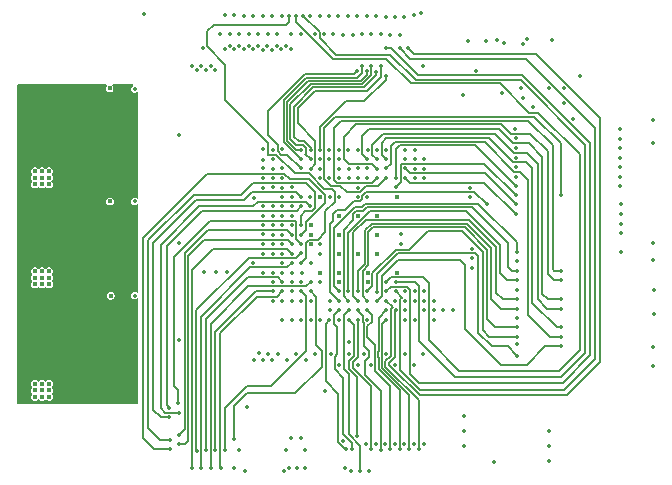
<source format=gbr>
%TF.GenerationSoftware,KiCad,Pcbnew,8.0.1*%
%TF.CreationDate,2024-12-16T22:11:09-05:00*%
%TF.ProjectId,cm,636d2e6b-6963-4616-945f-706362585858,rev?*%
%TF.SameCoordinates,Original*%
%TF.FileFunction,Copper,L7,Inr*%
%TF.FilePolarity,Positive*%
%FSLAX46Y46*%
G04 Gerber Fmt 4.6, Leading zero omitted, Abs format (unit mm)*
G04 Created by KiCad (PCBNEW 8.0.1) date 2024-12-16 22:11:09*
%MOMM*%
%LPD*%
G01*
G04 APERTURE LIST*
%TA.AperFunction,ViaPad*%
%ADD10C,0.350000*%
%TD*%
%TA.AperFunction,ViaPad*%
%ADD11C,0.403200*%
%TD*%
%TA.AperFunction,Conductor*%
%ADD12C,0.152400*%
%TD*%
G04 APERTURE END LIST*
D10*
%TO.N,GND*%
X128600000Y-75460600D03*
D11*
X100165258Y-78994000D03*
X99187000Y-84912200D03*
D10*
X111861600Y-60147200D03*
D11*
X99187000Y-85928200D03*
X99212400Y-76403200D03*
X99181942Y-67919600D03*
D10*
X111480600Y-61696600D03*
D11*
X99161600Y-77978000D03*
X98125258Y-78994000D03*
D10*
X144195800Y-85394800D03*
X132588000Y-87960200D03*
X115900000Y-73100000D03*
X129958900Y-62280800D03*
D11*
X98795258Y-86929845D03*
D10*
X131495800Y-62458600D03*
X110261400Y-60147200D03*
D11*
X98795258Y-78984000D03*
X99207342Y-66827400D03*
X100160200Y-69443600D03*
D10*
X115900000Y-80300000D03*
X112728000Y-71450000D03*
X123875800Y-60121800D03*
D11*
X99545258Y-86939845D03*
X100165258Y-86939845D03*
D10*
X116700000Y-72300000D03*
X132562600Y-83337400D03*
X115100000Y-75500000D03*
D11*
X98120200Y-69443600D03*
X99540200Y-69443600D03*
D10*
X122300000Y-84300000D03*
X117500400Y-85877400D03*
D11*
X99187000Y-85420200D03*
D10*
X123150000Y-72288400D03*
X124700000Y-84300000D03*
D11*
X98790200Y-69433600D03*
X98125258Y-86939845D03*
X99187000Y-76936600D03*
D10*
X111074200Y-60147200D03*
X115900000Y-73900000D03*
D11*
X99181942Y-67386200D03*
D10*
X115150000Y-81100000D03*
D11*
X99187000Y-84404200D03*
D10*
X115900000Y-79450000D03*
D11*
X99545258Y-78994000D03*
D10*
X115900000Y-72300000D03*
X119913400Y-85902800D03*
D11*
X99161600Y-68453000D03*
X99187000Y-77470000D03*
D10*
X109880400Y-61696600D03*
X144100000Y-80850000D03*
X128618261Y-74704200D03*
X110667800Y-61696600D03*
X113512600Y-83464400D03*
X144068800Y-70916800D03*
%TO.N,+5V*%
X101027200Y-59994800D03*
%TO.N,/Power/3V3_PG*%
X103962200Y-70231000D03*
D11*
X98196400Y-83845400D03*
D10*
%TO.N,/Power/2V5_PG*%
X103971600Y-79425800D03*
D11*
X98120200Y-75869800D03*
%TO.N,/Power/1V1_PG*%
X98094800Y-66294000D03*
D10*
X103971600Y-87579200D03*
D11*
%TO.N,+3V3*%
X119938800Y-81915000D03*
X91770200Y-92430600D03*
D10*
X130657600Y-97891600D03*
X119126000Y-75488800D03*
D11*
X91770200Y-91313000D03*
X92379800Y-91313000D03*
D10*
X133959600Y-67868800D03*
X144094200Y-89763600D03*
X107873800Y-60121800D03*
X132562600Y-80949800D03*
D11*
X92379800Y-91871800D03*
D10*
X119930000Y-75480000D03*
X133100000Y-62550000D03*
X144068800Y-79349600D03*
D11*
X117525800Y-81889600D03*
D10*
X117525800Y-75488800D03*
D11*
X117525800Y-82677000D03*
X91770200Y-91871800D03*
D10*
X122761000Y-78638400D03*
D11*
X115138200Y-78689200D03*
X115138200Y-79502000D03*
D10*
X116738400Y-75488800D03*
X144119600Y-88163400D03*
X135559800Y-62227200D03*
X109070000Y-61694200D03*
X107470000Y-61673800D03*
D11*
X92989400Y-91871800D03*
D10*
X109702600Y-93268800D03*
X108661200Y-60121800D03*
X128485700Y-62280800D03*
X144068800Y-68935600D03*
X132588000Y-85750400D03*
D11*
X92989400Y-91313000D03*
X119938800Y-82677000D03*
D10*
X129159000Y-64795400D03*
X109474000Y-60147200D03*
D11*
X92989400Y-92430600D03*
X92379800Y-92430600D03*
D10*
X108270000Y-61686400D03*
X144170400Y-83337400D03*
D11*
X115138200Y-77901800D03*
D10*
X122761000Y-79451200D03*
%TO.N,/Power/3V3_EN*%
X107086400Y-81864200D03*
X100228400Y-83845400D03*
%TO.N,/Power/2V5_EN*%
X106121200Y-81864200D03*
X100228400Y-75869800D03*
%TO.N,/Power/1V1_EN*%
X100228400Y-66344800D03*
X108026200Y-81864200D03*
%TO.N,ECP5_PRGMN_BTN*%
X126314200Y-85090000D03*
X130898700Y-62179200D03*
%TO.N,ECP5_INITN*%
X132918200Y-66268600D03*
X133070600Y-67147633D03*
X125526800Y-85090000D03*
%TO.N,Net-(D5-A)*%
X135280400Y-66227700D03*
%TO.N,Net-(D6-A)*%
X128051800Y-66852800D03*
%TO.N,IO_D1*%
X113919000Y-88773000D03*
%TO.N,IO_D2*%
X113512600Y-85877400D03*
%TO.N,IO_E6*%
X108650000Y-98450000D03*
X114350800Y-81920800D03*
%TO.N,IO_G1*%
X116840000Y-88773000D03*
%TO.N,IO_A3*%
X111099600Y-89281000D03*
%TO.N,IO_E2*%
X114325400Y-85902800D03*
%TO.N,IO_E8*%
X114325400Y-80264000D03*
X105467428Y-96967428D03*
%TO.N,IO_B3*%
X111912400Y-84302600D03*
X114650000Y-96950000D03*
%TO.N,IO_G5*%
X113050000Y-96950000D03*
X115925600Y-82702400D03*
%TO.N,IO_J1*%
X118338600Y-88773000D03*
%TO.N,IO_D6*%
X113538000Y-81889600D03*
X109550000Y-98724128D03*
%TO.N,IO_B4*%
X111912400Y-83489800D03*
X107050000Y-96950000D03*
%TO.N,IO_D5*%
X113512600Y-82677000D03*
X112895503Y-98702811D03*
%TO.N,IO_B1*%
X112318800Y-88773000D03*
%TO.N,IO_U1*%
X123870000Y-89700000D03*
%TO.N,IO_K1*%
X118350000Y-87750000D03*
%TO.N,IO_E1*%
X114706400Y-89306400D03*
%TO.N,IO_A4*%
X110718600Y-88722200D03*
%TO.N,IO_F2*%
X115112800Y-85902800D03*
%TO.N,IO_R1*%
X122270000Y-89700000D03*
%TO.N,IO_A2*%
X111506000Y-88773000D03*
%TO.N,/Hirose Connectors/IO_P1*%
X121500000Y-88800000D03*
%TO.N,IO_D8*%
X113538000Y-80289400D03*
X105050000Y-98450000D03*
%TO.N,IO_D7*%
X105850000Y-98450000D03*
X113538000Y-81076800D03*
%TO.N,IO_L1*%
X119150000Y-89700000D03*
%TO.N,IO_A5*%
X110312200Y-89281000D03*
%TO.N,IO_C5*%
X112725200Y-82677000D03*
X106250000Y-96950000D03*
%TO.N,IO_V1*%
X124650000Y-88800000D03*
%TO.N,IO_B5*%
X111937800Y-82677000D03*
X113300000Y-98450000D03*
%TO.N,IO_B2*%
X111887000Y-89306400D03*
%TO.N,IO_E5*%
X114325400Y-82677000D03*
X109050000Y-96950000D03*
%TO.N,IO_N1*%
X120221800Y-89700000D03*
%TO.N,IO_F1*%
X115519200Y-88773000D03*
%TO.N,IO_M1*%
X119650000Y-88800000D03*
%TO.N,IO_C4*%
X112725200Y-83489800D03*
X107500000Y-98450000D03*
%TO.N,IO_F4*%
X115112800Y-83489800D03*
X113950000Y-98450000D03*
X108661200Y-95950000D03*
%TO.N,IO_F5*%
X115138200Y-82677000D03*
X106650000Y-98450000D03*
%TO.N,IO_T1*%
X123100000Y-88800000D03*
%TO.N,IO_C3*%
X114650000Y-98450000D03*
X112725200Y-84277200D03*
%TO.N,IO_H1*%
X117525800Y-89700000D03*
%TO.N,IO_C1*%
X113106200Y-89306400D03*
%TO.N,IO_J20*%
X110258484Y-63003434D03*
%TO.N,ECP5_DONE*%
X127152400Y-85090000D03*
X131313552Y-66721352D03*
%TO.N,JTAG_TCK*%
X124485400Y-59944000D03*
X123926600Y-83489800D03*
%TO.N,JTAG_TDI*%
X137355450Y-68874900D03*
X123113800Y-83489800D03*
X137922000Y-65278000D03*
%TO.N,JTAG_TDO*%
X136550400Y-66227700D03*
X133477000Y-62150000D03*
X125526800Y-84302600D03*
X136550400Y-67513200D03*
%TO.N,JTAG_TMS*%
X124663200Y-64389000D03*
X124714000Y-83489800D03*
%TO.N,Net-(U9I-CFG_1)*%
X123926600Y-84302600D03*
%TO.N,/Flash + JTAG/FLASH_IO0*%
X128066800Y-94056200D03*
%TO.N,/Flash + JTAG/FLASH_IO1*%
X135305800Y-96596200D03*
X125526800Y-85877400D03*
%TO.N,/Flash + JTAG/FLASH_IO2*%
X135305800Y-95326200D03*
%TO.N,/Flash + JTAG/FLASH_IO3*%
X128066800Y-96596200D03*
%TO.N,/Flash + JTAG/FLASH_SCK*%
X124714000Y-85064600D03*
X128066800Y-95326200D03*
%TO.N,/Flash + JTAG/FLASH_CSN*%
X123113800Y-85877400D03*
X135280400Y-97866200D03*
%TO.N,/Flash + JTAG/WRITEN*%
X123113800Y-84277200D03*
%TO.N,/Flash + JTAG/CS1N*%
X123926600Y-85902800D03*
%TO.N,/Flash + JTAG/SN_CSN*%
X123113800Y-85090000D03*
%TO.N,SDRAM_A7*%
X116713000Y-73897000D03*
X132511800Y-72158600D03*
%TO.N,SDRAM_D11*%
X132588000Y-84150200D03*
X119126000Y-84277200D03*
%TO.N,SDRAM_CASN*%
X141376400Y-76911200D03*
X119126000Y-73888600D03*
%TO.N,SDRAM_D4*%
X136300000Y-84150200D03*
X119913400Y-72288400D03*
%TO.N,SDRAM_CSN*%
X121513600Y-73888600D03*
X136300000Y-75350000D03*
%TO.N,SDRAM_A11*%
X122326400Y-73888600D03*
X132511800Y-74574400D03*
%TO.N,SDRAM_D6*%
X120726200Y-73896200D03*
X136300000Y-81762600D03*
%TO.N,SDRAM_A2*%
X124714000Y-73101200D03*
X141325600Y-70561200D03*
%TO.N,SDRAM_A5*%
X123926600Y-73101200D03*
X132486400Y-70535800D03*
%TO.N,/Hirose Connectors/IO_E7*%
X113250000Y-60150000D03*
X114325400Y-81076800D03*
%TO.N,CLK_25MHZ*%
X116357400Y-91922600D03*
X115925600Y-85877400D03*
%TO.N,SDRAM_D14*%
X132588000Y-87350600D03*
X119913400Y-83464400D03*
%TO.N,SDRAM_DQM1*%
X117525800Y-84277200D03*
X130022600Y-76123800D03*
%TO.N,SDRAM_A6*%
X123926600Y-73888600D03*
X132486400Y-71348600D03*
%TO.N,SDRAM_D12*%
X132588000Y-84937600D03*
X119126000Y-83489800D03*
%TO.N,SDRAM_A1*%
X124714000Y-73888600D03*
X141325600Y-71374000D03*
%TO.N,SDRAM_A9*%
X132511800Y-73761600D03*
X118331200Y-73101200D03*
%TO.N,SDRAM_A4*%
X132461000Y-69773800D03*
X123926600Y-72288400D03*
%TO.N,SDRAM_D13*%
X132588000Y-86537800D03*
X119913400Y-84277200D03*
%TO.N,SDRAM_WEN*%
X141401800Y-77774800D03*
X119126000Y-73075800D03*
%TO.N,SDRAM_A0*%
X141325600Y-72161400D03*
X116713000Y-71500000D03*
%TO.N,SDRAM_D10*%
X132588000Y-82550000D03*
X118313200Y-83489800D03*
%TO.N,SDRAM_D1*%
X136300000Y-87325200D03*
X121513600Y-73075800D03*
%TO.N,SDRAM_D9*%
X118313200Y-84277200D03*
X132588000Y-81737200D03*
%TO.N,SDRAM_RASN*%
X141376400Y-76123800D03*
X119126000Y-74701400D03*
%TO.N,SDRAM_D8*%
X117525800Y-83464400D03*
X132562600Y-80162400D03*
%TO.N,SDRAM_D3*%
X120726200Y-72288400D03*
X136300000Y-84937600D03*
%TO.N,SDRAM_BA0*%
X141351000Y-74549000D03*
X118338600Y-73888600D03*
%TO.N,SDRAM_A10*%
X117525800Y-72313800D03*
X141325600Y-72948800D03*
%TO.N,SDRAM_D7*%
X141376400Y-80137000D03*
X119913400Y-73075800D03*
%TO.N,SDRAM_D15*%
X132613400Y-88950800D03*
X120726200Y-83515200D03*
%TO.N,SDRAM_CKE*%
X123113800Y-73075800D03*
X132511800Y-76123800D03*
%TO.N,SDRAM_D5*%
X120726200Y-73101200D03*
X136300000Y-82550000D03*
%TO.N,SDRAM_A8*%
X117525800Y-73101200D03*
X132511800Y-72974200D03*
%TO.N,SDRAM_DQM0*%
X119913400Y-73888600D03*
X141427200Y-78511400D03*
%TO.N,SDRAM_A12*%
X132511800Y-75361800D03*
X122326400Y-74676000D03*
%TO.N,SDRAM_BA1*%
X141351000Y-73761600D03*
X117525800Y-73888600D03*
%TO.N,SDRAM_CLK*%
X123113800Y-73888600D03*
X132511800Y-76962000D03*
%TO.N,SDRAM_A3*%
X124714000Y-72288400D03*
X141351000Y-69773800D03*
%TO.N,SDRAM_D2*%
X136300000Y-86537800D03*
X121513600Y-72288400D03*
%TO.N,SDRAM_D0*%
X120726200Y-84302600D03*
X136300000Y-88112600D03*
D11*
%TO.N,+1V1*%
X92354400Y-74422000D03*
X92964000Y-73863200D03*
X92354400Y-73863200D03*
X120726200Y-80314800D03*
X91744800Y-73863200D03*
X92964000Y-73304400D03*
X91744800Y-73304400D03*
X117500400Y-78689200D03*
X119126000Y-80314800D03*
X91744800Y-74422000D03*
X120726200Y-77063600D03*
X117525800Y-77063600D03*
X117500400Y-80289400D03*
X120726200Y-78689200D03*
X119126000Y-77063600D03*
X92964000Y-74422000D03*
X92354400Y-73304400D03*
%TO.N,+2V5*%
X115900200Y-75488800D03*
X92989400Y-81762600D03*
X92379800Y-82321400D03*
D10*
X128752600Y-80695800D03*
D11*
X91770200Y-82321400D03*
X91770200Y-81762600D03*
X92379800Y-82880200D03*
X92379800Y-81762600D03*
X92989400Y-82321400D03*
X115925600Y-81889600D03*
D10*
X128752600Y-81483200D03*
D11*
X91770200Y-82880200D03*
X122402600Y-75488800D03*
D10*
X128752600Y-79883000D03*
D11*
X92989400Y-82880200D03*
X122402600Y-81889600D03*
D10*
%TO.N,IO_C20*%
X107870000Y-63000000D03*
%TO.N,IO_G20*%
X109448600Y-62992000D03*
%TO.N,IO_L20*%
X111048800Y-63017400D03*
%TO.N,IO_E20*%
X108670710Y-63002593D03*
%TO.N,IO_H20*%
X109880400Y-62712600D03*
%TO.N,IO_K20*%
X110667800Y-62712600D03*
%TO.N,IO_M20*%
X111455200Y-62712600D03*
%TO.N,IO_D20*%
X108274372Y-62712600D03*
%TO.N,IO_F20*%
X109063943Y-62709918D03*
%TO.N,IO_B20*%
X105971800Y-62850000D03*
%TO.N,IO_P20*%
X112252110Y-62676607D03*
%TO.N,IO_T20*%
X113055400Y-62687200D03*
%TO.N,IO_R20*%
X112649000Y-62941200D03*
%TO.N,IO_U20*%
X113461800Y-62966600D03*
%TO.N,IO_N20*%
X111840602Y-63012998D03*
%TO.N,IO_N19*%
X120726200Y-71501000D03*
X115070000Y-60147200D03*
%TO.N,IO_A19*%
X111074200Y-71450200D03*
X105079800Y-64439800D03*
%TO.N,IO_L19*%
X119126000Y-71526400D03*
X113487200Y-61661300D03*
%TO.N,IO_T19*%
X115874800Y-60147200D03*
X123139200Y-71501000D03*
%TO.N,IO_M19*%
X119938800Y-71501000D03*
X114274600Y-61671200D03*
%TO.N,IO_B19*%
X105486200Y-64719200D03*
X111912400Y-71475600D03*
%TO.N,IO_K19*%
X112674400Y-60147200D03*
X118313200Y-71501000D03*
%TO.N,IO_J19*%
X112268000Y-61696600D03*
X117525800Y-71501000D03*
%TO.N,IO_P19*%
X121513600Y-71501000D03*
X115466630Y-61678363D03*
%TO.N,IO_U19*%
X123926600Y-71501000D03*
X116281200Y-61671200D03*
%TO.N,IO_A18*%
X111099600Y-72339200D03*
%TO.N,IO_A13*%
X111119572Y-76289572D03*
%TO.N,IO_A16*%
X111099600Y-73914000D03*
%TO.N,IO_A17*%
X111099600Y-73075800D03*
%TO.N,IO_A15*%
X111099600Y-74701400D03*
%TO.N,IO_A14*%
X110337600Y-75539600D03*
%TO.N,IO_A11*%
X111099600Y-77876400D03*
%TO.N,IO_A12*%
X111099600Y-77089000D03*
%TO.N,IO_B18*%
X120675400Y-60198000D03*
X111912400Y-72288400D03*
%TO.N,IO_B16*%
X119862600Y-60172600D03*
X111912400Y-73888600D03*
%TO.N,IO_B15*%
X119481600Y-61722000D03*
X111912400Y-74676000D03*
%TO.N,IO_B11*%
X111912400Y-77901800D03*
X118262400Y-60147200D03*
%TO.N,IO_B17*%
X111912400Y-73101200D03*
X120269000Y-61722000D03*
%TO.N,IO_B13*%
X119075200Y-60147200D03*
X111912400Y-76276200D03*
%TO.N,IO_B12*%
X118668800Y-61747400D03*
X111912400Y-77089000D03*
%TO.N,IO_A6*%
X111099600Y-81889600D03*
%TO.N,IO_A9*%
X111099600Y-79476600D03*
%TO.N,IO_A10*%
X111099600Y-78663800D03*
%TO.N,IO_A8*%
X111099600Y-80289400D03*
%TO.N,IO_A7*%
X110210600Y-81051400D03*
%TO.N,IO_B6*%
X116687600Y-60147200D03*
X111912400Y-81889600D03*
%TO.N,IO_B9*%
X117475000Y-60147200D03*
X111912400Y-79502000D03*
%TO.N,IO_B8*%
X111912400Y-80289400D03*
X117053100Y-61722000D03*
%TO.N,IO_B10*%
X117856000Y-61747400D03*
X111912400Y-78714600D03*
%TO.N,IO_C10*%
X112725200Y-78689200D03*
X124700000Y-96400000D03*
%TO.N,IO_C14*%
X122275600Y-60248800D03*
X112725200Y-75463400D03*
%TO.N,IO_C12*%
X123063000Y-60248800D03*
X112725200Y-77089000D03*
%TO.N,IO_C13*%
X122656600Y-61747400D03*
X112725200Y-76276200D03*
%TO.N,IO_C17*%
X112725200Y-73075800D03*
X121070000Y-61733800D03*
%TO.N,IO_C15*%
X121869200Y-61747400D03*
X112725200Y-74701400D03*
%TO.N,IO_C16*%
X112725200Y-73888600D03*
X121488200Y-60223400D03*
%TO.N,IO_D15*%
X106680000Y-64439800D03*
X113512600Y-74676000D03*
%TO.N,IO_D14*%
X107061000Y-64770000D03*
X113512600Y-75463400D03*
%TO.N,IO_D13*%
X106273600Y-64744600D03*
X113512600Y-76276200D03*
%TO.N,IO_D12*%
X113512600Y-77089000D03*
X105870857Y-64437118D03*
%TO.N,IO_D18*%
X119481600Y-64414400D03*
X114300000Y-72300000D03*
%TO.N,IO_D19*%
X114300000Y-71500000D03*
X119862600Y-64846200D03*
%TO.N,IO_F19*%
X121462800Y-65227200D03*
X115900200Y-71475600D03*
%TO.N,IO_F17*%
X121056400Y-64414400D03*
X115138200Y-73101200D03*
%TO.N,IO_E17*%
X119062500Y-64820800D03*
X114300000Y-73075800D03*
%TO.N,IO_E18*%
X120269000Y-64414400D03*
X115112800Y-72313800D03*
%TO.N,IO_E19*%
X115112800Y-71501000D03*
X120650000Y-64871600D03*
%TO.N,IO_D9*%
X103936800Y-96412800D03*
X113538000Y-79476600D03*
%TO.N,IO_E15*%
X114325400Y-75488800D03*
X103149400Y-94157800D03*
%TO.N,IO_E9*%
X103911400Y-92938600D03*
X114325400Y-79476600D03*
%TO.N,IO_D10*%
X103936800Y-95656400D03*
X113512600Y-78689200D03*
%TO.N,IO_E11*%
X103225600Y-96034600D03*
X114300000Y-77876400D03*
%TO.N,IO_E4*%
X114325400Y-83489800D03*
X107850000Y-96950000D03*
%TO.N,IO_E10*%
X103225600Y-96850200D03*
X114325400Y-78689200D03*
%TO.N,IO_E13*%
X103936800Y-93751400D03*
X115087400Y-76276200D03*
%TO.N,IO_E14*%
X103124000Y-93319600D03*
X114325400Y-76276200D03*
%TO.N,/Hirose Connectors/IO_N3*%
X122650000Y-96850000D03*
X121539000Y-85090000D03*
%TO.N,/Hirose Connectors/IO_N2*%
X123450000Y-96850000D03*
X121539000Y-85902800D03*
%TO.N,/Hirose Connectors/IO_P2*%
X122326400Y-85090000D03*
X123400000Y-62900000D03*
%TO.N,/Hirose Connectors/IO_N5*%
X121539000Y-82702400D03*
X113850000Y-60150000D03*
%TO.N,/Hirose Connectors/IO_P5*%
X114439700Y-60134500D03*
X122326400Y-82702400D03*
%TO.N,/Hirose Connectors/IO_P4*%
X122326400Y-83489800D03*
X122656600Y-62890400D03*
%TO.N,/Hirose Connectors/IO_N4*%
X121539000Y-83489800D03*
X121503700Y-62900000D03*
%TO.N,/Hirose Connectors/IO_P3*%
X121528200Y-84300000D03*
X124300000Y-96850000D03*
%TO.N,/Hirose Connectors/IO_K3*%
X119300000Y-98724128D03*
X118338600Y-85064600D03*
%TO.N,/Hirose Connectors/IO_C2*%
X118500000Y-98724128D03*
X112725200Y-85902800D03*
%TO.N,/Hirose Connectors/IO_F3*%
X115112800Y-84277200D03*
X120100000Y-98724128D03*
%TO.N,/Hirose Connectors/IO_J3*%
X117500400Y-85090000D03*
X118650000Y-96850000D03*
%TO.N,/Hirose Connectors/IO_C8*%
X122250000Y-96400000D03*
X112725200Y-80289400D03*
%TO.N,/Hirose Connectors/IO_L2*%
X120250000Y-96850000D03*
X119126000Y-85902800D03*
%TO.N,/Hirose Connectors/IO_K2*%
X119067428Y-95732572D03*
X118338600Y-85902800D03*
%TO.N,/Hirose Connectors/IO_M3*%
X121850000Y-96850000D03*
X119913400Y-85064600D03*
%TO.N,/Hirose Connectors/IO_D11*%
X113512600Y-77876400D03*
X123850000Y-96400000D03*
%TO.N,/Hirose Connectors/IO_C11*%
X112725200Y-77876400D03*
X119850000Y-96400000D03*
%TO.N,/Hirose Connectors/IO_E3*%
X117878200Y-96150000D03*
X114325400Y-84277200D03*
%TO.N,/Hirose Connectors/IO_C6*%
X112725200Y-81889600D03*
X120650000Y-96400000D03*
%TO.N,/Hirose Connectors/IO_L3*%
X121050000Y-96900000D03*
X119126000Y-85090000D03*
%TO.N,/Hirose Connectors/IO_D3*%
X113512600Y-84302600D03*
X118000000Y-98400000D03*
%TO.N,/Hirose Connectors/IO_H2*%
X116713000Y-85902800D03*
X118100000Y-96850000D03*
%TO.N,/Hirose Connectors/IO_C9*%
X123050000Y-96400000D03*
X112725200Y-79476600D03*
%TO.N,/Hirose Connectors/IO_C7*%
X112725200Y-81076800D03*
X121450000Y-96400000D03*
%TO.N,/Hirose Connectors/IO_H3*%
X116750000Y-85100000D03*
X114300000Y-95900000D03*
%TO.N,/Hirose Connectors/IO_G3*%
X116750000Y-84300000D03*
X113500000Y-95900000D03*
%TD*%
D12*
%TO.N,IO_E8*%
X105450000Y-85100800D02*
X105450000Y-96950000D01*
X114325400Y-80264000D02*
X113916200Y-80673200D01*
X105450000Y-96950000D02*
X105467428Y-96967428D01*
X109877600Y-80673200D02*
X105450000Y-85100800D01*
X113916200Y-80673200D02*
X109877600Y-80673200D01*
%TO.N,IO_B4*%
X111912400Y-83489800D02*
X110460200Y-83489800D01*
X110460200Y-83489800D02*
X107050000Y-86900000D01*
X107050000Y-86900000D02*
X107050000Y-96950000D01*
%TO.N,IO_D8*%
X105050000Y-81716200D02*
X105050000Y-98450000D01*
X106886000Y-79880200D02*
X105050000Y-81716200D01*
X113538000Y-80289400D02*
X113128800Y-79880200D01*
X113128800Y-79880200D02*
X106886000Y-79880200D01*
%TO.N,IO_D7*%
X113159800Y-81455000D02*
X110010200Y-81455000D01*
X105850000Y-85615200D02*
X105850000Y-98450000D01*
X113538000Y-81076800D02*
X113159800Y-81455000D01*
X110010200Y-81455000D02*
X105850000Y-85615200D01*
%TO.N,IO_C5*%
X109829600Y-82296000D02*
X106273600Y-85852000D01*
X106273600Y-96926400D02*
X106250000Y-96950000D01*
X112725200Y-82677000D02*
X112344200Y-82296000D01*
X112344200Y-82296000D02*
X109829600Y-82296000D01*
X106273600Y-85852000D02*
X106273600Y-96926400D01*
%TO.N,IO_C4*%
X110566200Y-83921600D02*
X107471800Y-87016000D01*
X112293400Y-83921600D02*
X110566200Y-83921600D01*
X107471800Y-98421800D02*
X107500000Y-98450000D01*
X112725200Y-83489800D02*
X112293400Y-83921600D01*
X107471800Y-87016000D02*
X107471800Y-98421800D01*
%TO.N,IO_F4*%
X108661200Y-93167200D02*
X109702600Y-92125800D01*
X115544600Y-87985600D02*
X115544600Y-83896200D01*
X108661200Y-95950000D02*
X108661200Y-93167200D01*
X116052600Y-88493600D02*
X115544600Y-87985600D01*
X109702600Y-92125800D02*
X113792000Y-92125800D01*
X116052600Y-89865200D02*
X116052600Y-88493600D01*
X113792000Y-92125800D02*
X116052600Y-89865200D01*
X115544600Y-83896200D02*
X115519200Y-83896200D01*
X115519200Y-83896200D02*
X115112800Y-83489800D01*
%TO.N,IO_F5*%
X115138200Y-82677000D02*
X114760000Y-83055200D01*
X109857800Y-83055200D02*
X106654600Y-86258400D01*
X114760000Y-83055200D02*
X109857800Y-83055200D01*
X106654600Y-86258400D02*
X106654600Y-98445400D01*
X106654600Y-98445400D02*
X106650000Y-98450000D01*
%TO.N,SDRAM_D11*%
X118719600Y-78497726D02*
X119767326Y-77450000D01*
X118719600Y-83870800D02*
X118719600Y-78497726D01*
X120912274Y-77450000D02*
X128554800Y-77450000D01*
X130835400Y-83591400D02*
X131394200Y-84150200D01*
X120540126Y-77450000D02*
X120558526Y-77468400D01*
X120893874Y-77468400D02*
X120912274Y-77450000D01*
X120558526Y-77468400D02*
X120893874Y-77468400D01*
X119126000Y-84277200D02*
X118719600Y-83870800D01*
X119767326Y-77450000D02*
X120540126Y-77450000D01*
X131394200Y-84150200D02*
X132588000Y-84150200D01*
X128554800Y-77450000D02*
X130835400Y-79730600D01*
X130835400Y-79730600D02*
X130835400Y-83591400D01*
%TO.N,SDRAM_D4*%
X119507000Y-70300000D02*
X120033200Y-69773800D01*
X132257800Y-70942200D02*
X133604000Y-70942200D01*
X131089400Y-69773800D02*
X132257800Y-70942200D01*
X133604000Y-70942200D02*
X134750000Y-72088200D01*
X135196798Y-84150200D02*
X136300000Y-84150200D01*
X119913400Y-72288400D02*
X119507000Y-71882000D01*
X119507000Y-71882000D02*
X119507000Y-70300000D01*
X120033200Y-69773800D02*
X131089400Y-69773800D01*
X134750000Y-72088200D02*
X134750000Y-83703402D01*
X134750000Y-83703402D02*
X135196798Y-84150200D01*
%TO.N,SDRAM_CSN*%
X134069711Y-68681600D02*
X136300000Y-70911889D01*
X120856000Y-74546200D02*
X119816056Y-74546200D01*
X116281200Y-69621400D02*
X117221000Y-68681600D01*
X117646200Y-74546200D02*
X116827344Y-74546200D01*
X118179600Y-75079600D02*
X117646200Y-74546200D01*
X116281200Y-74000056D02*
X116281200Y-69621400D01*
X121513600Y-73888600D02*
X120856000Y-74546200D01*
X119282656Y-75079600D02*
X118179600Y-75079600D01*
X117221000Y-68681600D02*
X134069711Y-68681600D01*
X116827344Y-74546200D02*
X116281200Y-74000056D01*
X136300000Y-70911889D02*
X136300000Y-75350000D01*
X119816056Y-74546200D02*
X119282656Y-75079600D01*
%TO.N,SDRAM_A11*%
X122653800Y-71122800D02*
X129060200Y-71122800D01*
X122580400Y-71196200D02*
X122653800Y-71122800D01*
X122326400Y-73888600D02*
X122326400Y-71450200D01*
X129060200Y-71122800D02*
X132511800Y-74574400D01*
X122326400Y-71450200D02*
X122580400Y-71196200D01*
%TO.N,SDRAM_D6*%
X133553200Y-69037200D02*
X117703600Y-69037200D01*
X117703600Y-69037200D02*
X117119400Y-69621400D01*
X117119400Y-74017056D02*
X117369144Y-74266800D01*
X136300000Y-81762600D02*
X135765144Y-81762600D01*
X135600000Y-81597456D02*
X135600000Y-71084000D01*
X136300000Y-81762600D02*
X136212600Y-81762600D01*
X135600000Y-71084000D02*
X133553200Y-69037200D01*
X117369144Y-74266800D02*
X120355600Y-74266800D01*
X135765144Y-81762600D02*
X135600000Y-81597456D01*
X120355600Y-74266800D02*
X120726200Y-73896200D01*
X117119400Y-69621400D02*
X117119400Y-74017056D01*
%TO.N,/Hirose Connectors/IO_E7*%
X113800000Y-73500000D02*
X112200000Y-71900000D01*
X117147600Y-75902400D02*
X117147600Y-75052400D01*
X107900000Y-67300000D02*
X107900000Y-64300000D01*
X114325400Y-81074600D02*
X114703600Y-80696400D01*
X111500000Y-70900000D02*
X107900000Y-67300000D01*
X117147600Y-75052400D02*
X116920800Y-74825600D01*
X116350000Y-78465144D02*
X116350000Y-76700000D01*
X106350000Y-62750000D02*
X106350000Y-61450000D01*
X116920800Y-74825600D02*
X116290744Y-74825600D01*
X116290744Y-74825600D02*
X114965144Y-73500000D01*
X114703600Y-80696400D02*
X114703600Y-79364126D01*
X114703600Y-79364126D02*
X114970526Y-79097200D01*
X114970526Y-79097200D02*
X115717944Y-79097200D01*
X106900000Y-60900000D02*
X113050000Y-60900000D01*
X112200000Y-71900000D02*
X111500000Y-71900000D01*
X116350000Y-76700000D02*
X117147600Y-75902400D01*
X113250000Y-60700000D02*
X113250000Y-60150000D01*
X114965144Y-73500000D02*
X113800000Y-73500000D01*
X114325400Y-81076800D02*
X114325400Y-81074600D01*
X107900000Y-64300000D02*
X106350000Y-62750000D01*
X113050000Y-60900000D02*
X113250000Y-60700000D01*
X106350000Y-61450000D02*
X106900000Y-60900000D01*
X111500000Y-71900000D02*
X111500000Y-70900000D01*
X115717944Y-79097200D02*
X116350000Y-78465144D01*
%TO.N,SDRAM_D14*%
X129692400Y-80137000D02*
X127905400Y-78350000D01*
X127905400Y-78350000D02*
X125050000Y-78350000D01*
X122335600Y-79950000D02*
X120345200Y-81940400D01*
X129692400Y-86791800D02*
X129692400Y-80137000D01*
X120345200Y-81940400D02*
X120345200Y-83032600D01*
X123450000Y-79950000D02*
X122335600Y-79950000D01*
X132588000Y-87350600D02*
X130251200Y-87350600D01*
X125050000Y-78350000D02*
X123450000Y-79950000D01*
X130251200Y-87350600D02*
X129692400Y-86791800D01*
X120345200Y-83032600D02*
X119913400Y-83464400D01*
%TO.N,SDRAM_DQM1*%
X116789200Y-77749400D02*
X116789200Y-83540600D01*
X116789200Y-83540600D02*
X117525800Y-84277200D01*
X119792744Y-75082400D02*
X119504200Y-75370944D01*
X128981200Y-75082400D02*
X119792744Y-75082400D01*
X117050000Y-77488600D02*
X116789200Y-77749400D01*
X117050000Y-76900000D02*
X117050000Y-77488600D01*
X119504200Y-75370944D02*
X119504200Y-75645456D01*
X117350000Y-76600000D02*
X117050000Y-76900000D01*
X119504200Y-75645456D02*
X119282656Y-75867000D01*
X118050000Y-76600000D02*
X117350000Y-76600000D01*
X130022600Y-76123800D02*
X128981200Y-75082400D01*
X119282656Y-75867000D02*
X118783000Y-75867000D01*
X118783000Y-75867000D02*
X118050000Y-76600000D01*
%TO.N,SDRAM_D12*%
X120302663Y-77750000D02*
X128346800Y-77750000D01*
X130429000Y-84124800D02*
X131241800Y-84937600D01*
X131241800Y-84937600D02*
X132588000Y-84937600D01*
X119735600Y-81150594D02*
X119735600Y-78317063D01*
X119126000Y-83489800D02*
X119100600Y-83464400D01*
X130429000Y-79832200D02*
X130429000Y-84124800D01*
X119100600Y-81785594D02*
X119735600Y-81150594D01*
X128346800Y-77750000D02*
X130429000Y-79832200D01*
X119735600Y-78317063D02*
X120302663Y-77750000D01*
X119100600Y-83464400D02*
X119100600Y-81785594D01*
%TO.N,SDRAM_D13*%
X130073400Y-85852000D02*
X130759200Y-86537800D01*
X119534000Y-83897800D02*
X119534000Y-81747326D01*
X120015000Y-81266326D02*
X120015000Y-78432795D01*
X119913400Y-84277200D02*
X119534000Y-83897800D01*
X130073400Y-79959200D02*
X130073400Y-85852000D01*
X120388995Y-78058800D02*
X128173000Y-78058800D01*
X130759200Y-86537800D02*
X132588000Y-86537800D01*
X128173000Y-78058800D02*
X130073400Y-79959200D01*
X119534000Y-81747326D02*
X120015000Y-81266326D01*
X120015000Y-78432795D02*
X120388995Y-78058800D01*
%TO.N,SDRAM_D10*%
X128297000Y-76658800D02*
X131165600Y-79527400D01*
X118313200Y-83489800D02*
X118313200Y-78508995D01*
X131165600Y-79527400D02*
X131165600Y-81965800D01*
X131749800Y-82550000D02*
X132588000Y-82550000D01*
X118313200Y-78508995D02*
X120163395Y-76658800D01*
X120163395Y-76658800D02*
X128297000Y-76658800D01*
X131165600Y-81965800D02*
X131749800Y-82550000D01*
%TO.N,SDRAM_D1*%
X136300000Y-87325200D02*
X135375200Y-87325200D01*
X132355144Y-73352400D02*
X129843344Y-70840600D01*
X135375200Y-87325200D02*
X133500000Y-85450000D01*
X132839200Y-73352400D02*
X132355144Y-73352400D01*
X133500000Y-85450000D02*
X133500000Y-74013200D01*
X133500000Y-74013200D02*
X132839200Y-73352400D01*
X121920000Y-72669400D02*
X121513600Y-73075800D01*
X121920000Y-71196200D02*
X121920000Y-72669400D01*
X122275600Y-70840600D02*
X121920000Y-71196200D01*
X129843344Y-70840600D02*
X122275600Y-70840600D01*
%TO.N,SDRAM_D9*%
X117906800Y-83870800D02*
X117906800Y-83058000D01*
X118719600Y-76897526D02*
X118959926Y-76657200D01*
X131800600Y-79425800D02*
X131800600Y-81407000D01*
X118959926Y-76657200D02*
X119583200Y-76657200D01*
X117906800Y-83058000D02*
X117932200Y-83032600D01*
X118313200Y-84277200D02*
X117906800Y-83870800D01*
X118719600Y-77470000D02*
X118719600Y-76897526D01*
X119861000Y-76379400D02*
X128754200Y-76379400D01*
X117932200Y-83032600D02*
X117932200Y-78257400D01*
X119583200Y-76657200D02*
X119861000Y-76379400D01*
X128754200Y-76379400D02*
X131800600Y-79425800D01*
X132130800Y-81737200D02*
X132588000Y-81737200D01*
X131800600Y-81407000D02*
X132130800Y-81737200D01*
X117932200Y-78257400D02*
X118719600Y-77470000D01*
%TO.N,SDRAM_D8*%
X129320000Y-76100000D02*
X132562600Y-79342600D01*
X117095600Y-78126395D02*
X118844195Y-76377800D01*
X117525800Y-83464400D02*
X117095600Y-83034200D01*
X132562600Y-80162400D02*
X132562600Y-80213200D01*
X119745269Y-76100000D02*
X129320000Y-76100000D01*
X132562600Y-79342600D02*
X132562600Y-80162400D01*
X118844195Y-76377800D02*
X119467469Y-76377800D01*
X119467469Y-76377800D02*
X119745269Y-76100000D01*
X117095600Y-83034200D02*
X117095600Y-78126395D01*
%TO.N,SDRAM_D3*%
X120348000Y-71910200D02*
X120726200Y-72288400D01*
X133402256Y-71729600D02*
X132332544Y-71729600D01*
X130757744Y-70154800D02*
X121270868Y-70154800D01*
X120348000Y-71077668D02*
X120348000Y-71910200D01*
X135137600Y-84937600D02*
X134350000Y-84150000D01*
X134350000Y-72677344D02*
X133402256Y-71729600D01*
X121270868Y-70154800D02*
X120348000Y-71077668D01*
X136300000Y-84937600D02*
X135137600Y-84937600D01*
X134350000Y-84150000D02*
X134350000Y-72677344D01*
X132332544Y-71729600D02*
X130757744Y-70154800D01*
%TO.N,SDRAM_D15*%
X130477735Y-88150000D02*
X129300000Y-86972265D01*
X122491500Y-80264000D02*
X120726200Y-82029300D01*
X120726200Y-82029300D02*
X120726200Y-83515200D01*
X129300000Y-86972265D02*
X129300000Y-80506600D01*
X129057400Y-80264000D02*
X122491500Y-80264000D01*
X132613400Y-88950800D02*
X131812600Y-88150000D01*
X129300000Y-80506600D02*
X129057400Y-80264000D01*
X131812600Y-88150000D02*
X130477735Y-88150000D01*
%TO.N,SDRAM_CKE*%
X123538000Y-73500000D02*
X123113800Y-73075800D01*
X132511800Y-76123800D02*
X129888000Y-73500000D01*
X129888000Y-73500000D02*
X123538000Y-73500000D01*
%TO.N,SDRAM_D5*%
X117935000Y-72240400D02*
X118361200Y-72666600D01*
X135200000Y-71623800D02*
X133731000Y-70154800D01*
X120291600Y-72666600D02*
X120726200Y-73101200D01*
X117935000Y-70406000D02*
X117935000Y-72240400D01*
X136300000Y-82550000D02*
X135765144Y-82550000D01*
X131241800Y-69342000D02*
X118999000Y-69342000D01*
X133731000Y-70154800D02*
X132054600Y-70154800D01*
X135765144Y-82550000D02*
X135200000Y-81984856D01*
X132054600Y-70154800D02*
X131241800Y-69342000D01*
X118999000Y-69342000D02*
X117935000Y-70406000D01*
X118361200Y-72666600D02*
X120291600Y-72666600D01*
X135200000Y-81984856D02*
X135200000Y-71623800D01*
%TO.N,SDRAM_A12*%
X122326400Y-74676000D02*
X122750000Y-74252400D01*
X122735600Y-74045256D02*
X122735600Y-72714400D01*
X122750000Y-74059656D02*
X122735600Y-74045256D01*
X122783400Y-72666600D02*
X129816600Y-72666600D01*
X122750000Y-74252400D02*
X122750000Y-74059656D01*
X122735600Y-72714400D02*
X122783400Y-72666600D01*
X129816600Y-72666600D02*
X132511800Y-75361800D01*
%TO.N,SDRAM_CLK*%
X132511800Y-76962000D02*
X132511800Y-76987400D01*
X129824400Y-74300000D02*
X132486400Y-76962000D01*
X132486400Y-76962000D02*
X132511800Y-76962000D01*
X132511800Y-76987400D02*
X132511800Y-76987400D01*
X123113800Y-73888600D02*
X123525200Y-74300000D01*
X123525200Y-74300000D02*
X129824400Y-74300000D01*
%TO.N,SDRAM_D2*%
X121539000Y-70510400D02*
X121132600Y-70916800D01*
X133358532Y-72536800D02*
X132277600Y-72536800D01*
X121132600Y-71907400D02*
X121513600Y-72288400D01*
X130251200Y-70510400D02*
X121539000Y-70510400D01*
X135937800Y-86537800D02*
X133900000Y-84500000D01*
X133900000Y-84500000D02*
X133900000Y-73078268D01*
X132277600Y-72536800D02*
X130251200Y-70510400D01*
X136300000Y-86537800D02*
X135937800Y-86537800D01*
X133900000Y-73078268D02*
X133358532Y-72536800D01*
X121132600Y-70916800D02*
X121132600Y-71907400D01*
%TO.N,SDRAM_D0*%
X122498995Y-80825600D02*
X127733800Y-80825600D01*
X133400000Y-89700000D02*
X134987400Y-88112600D01*
X128200000Y-81291800D02*
X128200000Y-86650000D01*
X128200000Y-86650000D02*
X131250000Y-89700000D01*
X134987400Y-88112600D02*
X136300000Y-88112600D01*
X131250000Y-89700000D02*
X133400000Y-89700000D01*
X121132600Y-83896200D02*
X121132600Y-82191995D01*
X121132600Y-82191995D02*
X122498995Y-80825600D01*
X120726200Y-84302600D02*
X121132600Y-83896200D01*
X127733800Y-80825600D02*
X128200000Y-81291800D01*
%TO.N,IO_D18*%
X119481600Y-64974656D02*
X119481600Y-64414400D01*
X114300000Y-72300000D02*
X114300000Y-72291264D01*
X114745932Y-65379600D02*
X119076656Y-65379600D01*
X114300000Y-72291264D02*
X112852200Y-70843464D01*
X119076656Y-65379600D02*
X119481600Y-64974656D01*
X112852200Y-67273332D02*
X114745932Y-65379600D01*
X112852200Y-70843464D02*
X112852200Y-67273332D01*
%TO.N,IO_D19*%
X114300000Y-71500000D02*
X113903868Y-71500000D01*
X113903868Y-71500000D02*
X113131600Y-70727732D01*
X113131600Y-70727732D02*
X113131600Y-67462400D01*
X113131600Y-67462400D02*
X114935000Y-65659000D01*
X119354600Y-65659000D02*
X119862600Y-65151000D01*
X119862600Y-65151000D02*
X119862600Y-64846200D01*
X114935000Y-65659000D02*
X119354600Y-65659000D01*
%TO.N,IO_F19*%
X121462800Y-65227200D02*
X121462800Y-65201800D01*
X121462800Y-65582800D02*
X119659400Y-67386200D01*
X115900200Y-69607268D02*
X115900200Y-71475600D01*
X118121268Y-67386200D02*
X115900200Y-69607268D01*
X119659400Y-67386200D02*
X118121268Y-67386200D01*
X121462800Y-65227200D02*
X121462800Y-65582800D01*
%TO.N,IO_F17*%
X115519200Y-70739000D02*
X115519200Y-72720200D01*
X114020600Y-67995800D02*
X114020600Y-69240400D01*
X121056400Y-65354200D02*
X119913400Y-66497200D01*
X114020600Y-69240400D02*
X115519200Y-70739000D01*
X115519200Y-66497200D02*
X114020600Y-67995800D01*
X119913400Y-66497200D02*
X115519200Y-66497200D01*
X115519200Y-72720200D02*
X115138200Y-73101200D01*
X121056400Y-64414400D02*
X121056400Y-65354200D01*
%TO.N,IO_E17*%
X111531400Y-68199000D02*
X114630200Y-65100200D01*
X114630200Y-65100200D02*
X118783100Y-65100200D01*
X112349800Y-71099800D02*
X111531400Y-70281400D01*
X112643144Y-71900000D02*
X112349800Y-71606656D01*
X114300000Y-73050000D02*
X113150000Y-71900000D01*
X118783100Y-65100200D02*
X119062500Y-64820800D01*
X112349800Y-71606656D02*
X112349800Y-71099800D01*
X111531400Y-70281400D02*
X111531400Y-68199000D01*
X113150000Y-71900000D02*
X112643144Y-71900000D01*
X114300000Y-73075800D02*
X114300000Y-73050000D01*
%TO.N,IO_E18*%
X115112800Y-72313800D02*
X114681000Y-71882000D01*
X113893600Y-71094600D02*
X113411000Y-70612000D01*
X114703600Y-71344344D02*
X114453856Y-71094600D01*
X114703600Y-71859400D02*
X114703600Y-71344344D01*
X114453856Y-71094600D02*
X113893600Y-71094600D01*
X115112800Y-65938400D02*
X119481600Y-65938400D01*
X113411000Y-70612000D02*
X113411000Y-67640200D01*
X113411000Y-67640200D02*
X115112800Y-65938400D01*
X119481600Y-65938400D02*
X120269000Y-65151000D01*
X120269000Y-65151000D02*
X120269000Y-64414400D01*
X114681000Y-71882000D02*
X114703600Y-71859400D01*
%TO.N,IO_E19*%
X113690400Y-70383400D02*
X113690400Y-67843400D01*
X114096800Y-70789800D02*
X113690400Y-70383400D01*
X119608600Y-66217800D02*
X120650000Y-65176400D01*
X120650000Y-65176400D02*
X120650000Y-64871600D01*
X113690400Y-67843400D02*
X115316000Y-66217800D01*
X115316000Y-66217800D02*
X119608600Y-66217800D01*
X115112800Y-71501000D02*
X115112800Y-71358412D01*
X114544188Y-70789800D02*
X114096800Y-70789800D01*
X115112800Y-71358412D02*
X114544188Y-70789800D01*
%TO.N,IO_D9*%
X104724200Y-96139000D02*
X104450400Y-96412800D01*
X106098600Y-79092800D02*
X104724200Y-80467200D01*
X113179600Y-79092800D02*
X106098600Y-79092800D01*
X104724200Y-80467200D02*
X104724200Y-96139000D01*
X113538000Y-79451200D02*
X113179600Y-79092800D01*
X113538000Y-79476600D02*
X113538000Y-79451200D01*
X104450400Y-96412800D02*
X103936800Y-96412800D01*
%TO.N,IO_E15*%
X105384600Y-75768200D02*
X101803200Y-79349600D01*
X110131600Y-75085200D02*
X109448600Y-75768200D01*
X101803200Y-79349600D02*
X101803200Y-93497400D01*
X102463600Y-94157800D02*
X103149400Y-94157800D01*
X113921800Y-75085200D02*
X110131600Y-75085200D01*
X109448600Y-75768200D02*
X105384600Y-75768200D01*
X101803200Y-93497400D02*
X102463600Y-94157800D01*
X114325400Y-75488800D02*
X113921800Y-75085200D01*
%TO.N,IO_E9*%
X113817400Y-77495400D02*
X106603800Y-77495400D01*
X103530400Y-91490800D02*
X103911400Y-91871800D01*
X113890800Y-78940400D02*
X113890800Y-77568800D01*
X114325400Y-79476600D02*
X113893600Y-79044800D01*
X113893600Y-79044800D02*
X113893600Y-78943200D01*
X103530400Y-80568800D02*
X103530400Y-91490800D01*
X113890800Y-77568800D02*
X113817400Y-77495400D01*
X103911400Y-91871800D02*
X103911400Y-92938600D01*
X106603800Y-77495400D02*
X103530400Y-80568800D01*
X113893600Y-78943200D02*
X113890800Y-78940400D01*
%TO.N,IO_D10*%
X113106200Y-78282800D02*
X106400600Y-78282800D01*
X113512600Y-78689200D02*
X113106200Y-78282800D01*
X104444800Y-95148400D02*
X103936800Y-95656400D01*
X106400600Y-78282800D02*
X104444800Y-80238600D01*
X104444800Y-80238600D02*
X104444800Y-95148400D01*
%TO.N,IO_E11*%
X109220000Y-75311000D02*
X105206800Y-75311000D01*
X114300000Y-77063600D02*
X114681000Y-76682600D01*
X115265928Y-76682600D02*
X115493800Y-76454728D01*
X105206800Y-75311000D02*
X101371400Y-79146400D01*
X114300000Y-77876400D02*
X114300000Y-77063600D01*
X114681000Y-76682600D02*
X115265928Y-76682600D01*
X114706400Y-74295000D02*
X110236000Y-74295000D01*
X101371400Y-95046800D02*
X102359200Y-96034600D01*
X102359200Y-96034600D02*
X103225600Y-96034600D01*
X101371400Y-79146400D02*
X101371400Y-95046800D01*
X115493800Y-76454728D02*
X115493800Y-75082400D01*
X110236000Y-74295000D02*
X109220000Y-75311000D01*
X115493800Y-75082400D02*
X114706400Y-74295000D01*
%TO.N,IO_E4*%
X109702600Y-91490800D02*
X107850000Y-93343400D01*
X114731800Y-88495056D02*
X111736056Y-91490800D01*
X114731800Y-83896200D02*
X114731800Y-88495056D01*
X111736056Y-91490800D02*
X109702600Y-91490800D01*
X114325400Y-83489800D02*
X114731800Y-83896200D01*
X107850000Y-93343400D02*
X107850000Y-96950000D01*
%TO.N,IO_E10*%
X116332000Y-76022200D02*
X116332000Y-75348126D01*
X106347000Y-73510400D02*
X100914200Y-78943200D01*
X114325400Y-78689200D02*
X114731800Y-78282800D01*
X101854000Y-96850200D02*
X103225600Y-96850200D01*
X114983874Y-74000000D02*
X113371456Y-74000000D01*
X100914200Y-95910400D02*
X101854000Y-96850200D01*
X116332000Y-75348126D02*
X114983874Y-74000000D01*
X114731800Y-78282800D02*
X114731800Y-77622400D01*
X112881856Y-73510400D02*
X106347000Y-73510400D01*
X113371456Y-74000000D02*
X112881856Y-73510400D01*
X114731800Y-77622400D02*
X116332000Y-76022200D01*
X100914200Y-78943200D02*
X100914200Y-95910400D01*
%TO.N,IO_E13*%
X115087400Y-76276200D02*
X114709200Y-75898000D01*
X110639600Y-75898000D02*
X110261400Y-76276200D01*
X114709200Y-75898000D02*
X110639600Y-75898000D01*
X110261400Y-76276200D02*
X105689400Y-76276200D01*
X102412800Y-79552800D02*
X102412800Y-93370400D01*
X102793800Y-93751400D02*
X103936800Y-93751400D01*
X102412800Y-93370400D02*
X102793800Y-93751400D01*
X105689400Y-76276200D02*
X102412800Y-79552800D01*
%TO.N,IO_E14*%
X114325400Y-76276200D02*
X113933828Y-76667772D01*
X113933828Y-76667772D02*
X105958228Y-76667772D01*
X102946200Y-79679800D02*
X102946200Y-93141800D01*
X105958228Y-76667772D02*
X102946200Y-79679800D01*
X102946200Y-93141800D02*
X103124000Y-93319600D01*
%TO.N,/Hirose Connectors/IO_N3*%
X122650000Y-96850000D02*
X122650000Y-96750000D01*
X120879400Y-85749600D02*
X121539000Y-85090000D01*
X120842400Y-89072387D02*
X120842400Y-88527613D01*
X120879400Y-89109387D02*
X120842400Y-89072387D01*
X120879400Y-88490612D02*
X120879400Y-85749600D01*
X122650000Y-96850000D02*
X122650000Y-91850000D01*
X120842400Y-88527613D02*
X120879400Y-88490612D01*
X122650000Y-91850000D02*
X120879400Y-90079400D01*
X120879400Y-90079400D02*
X120879400Y-89109387D01*
%TO.N,/Hirose Connectors/IO_N2*%
X121158800Y-88606344D02*
X121121800Y-88643344D01*
X121158800Y-88993656D02*
X121158800Y-89963668D01*
X123450000Y-96850000D02*
X123450000Y-96800000D01*
X121158800Y-89963668D02*
X123450000Y-92254868D01*
X121158801Y-86282999D02*
X121158800Y-88606344D01*
X121539000Y-85902800D02*
X121158801Y-86282999D01*
X123450000Y-92254868D02*
X123450000Y-96850000D01*
X121121800Y-88956656D02*
X121158800Y-88993656D01*
X121121800Y-88643344D02*
X121121800Y-88956656D01*
%TO.N,/Hirose Connectors/IO_P2*%
X122326400Y-85090000D02*
X122300000Y-85116400D01*
X121750000Y-89550000D02*
X121750000Y-89714856D01*
X122128200Y-90078200D02*
X124350000Y-92300000D01*
X136800000Y-92300000D02*
X139650000Y-89450000D01*
X123850000Y-63350000D02*
X123400000Y-62900000D01*
X121750000Y-89714856D02*
X122113344Y-90078200D01*
X122300000Y-89000000D02*
X121750000Y-89550000D01*
X139650000Y-89450000D02*
X139650000Y-68792444D01*
X122300000Y-85116400D02*
X122300000Y-89000000D01*
X122113344Y-90078200D02*
X122128200Y-90078200D01*
X124350000Y-92300000D02*
X136800000Y-92300000D01*
X134207556Y-63350000D02*
X123850000Y-63350000D01*
X139650000Y-68792444D02*
X134207556Y-63350000D01*
%TO.N,/Hirose Connectors/IO_N5*%
X137900000Y-88450000D02*
X137900000Y-71850000D01*
X125100000Y-87600000D02*
X127700000Y-90200000D01*
X131129400Y-65879400D02*
X123579400Y-65879400D01*
X136150000Y-90200000D02*
X137900000Y-88450000D01*
X113850000Y-60650000D02*
X113850000Y-60150000D01*
X121500000Y-63800000D02*
X117000000Y-63800000D01*
X133600000Y-68350000D02*
X131129400Y-65879400D01*
X121941400Y-82300000D02*
X124600000Y-82300000D01*
X125100000Y-82800000D02*
X125100000Y-87600000D01*
X127700000Y-90200000D02*
X136150000Y-90200000D01*
X123579400Y-65879400D02*
X121500000Y-63800000D01*
X134400000Y-68350000D02*
X133600000Y-68350000D01*
X121539000Y-82702400D02*
X121941400Y-82300000D01*
X117000000Y-63800000D02*
X113850000Y-60650000D01*
X137900000Y-71850000D02*
X134400000Y-68350000D01*
X124600000Y-82300000D02*
X125100000Y-82800000D01*
%TO.N,/Hirose Connectors/IO_P5*%
X115900000Y-61550000D02*
X114484500Y-60134500D01*
X124304800Y-87704800D02*
X127350000Y-90750000D01*
X114484500Y-60134500D02*
X114439700Y-60134500D01*
X122326400Y-82702400D02*
X123952400Y-82702400D01*
X115900000Y-62050000D02*
X115900000Y-61550000D01*
X124304800Y-87695200D02*
X124300000Y-87700000D01*
X123952400Y-82702400D02*
X124304800Y-83054800D01*
X138350000Y-71050000D02*
X132900000Y-65600000D01*
X138350000Y-88700000D02*
X138350000Y-71050000D01*
X136300000Y-90750000D02*
X138350000Y-88700000D01*
X124000000Y-65600000D02*
X121850000Y-63450000D01*
X121850000Y-63450000D02*
X117300000Y-63450000D01*
X132900000Y-65600000D02*
X124000000Y-65600000D01*
X124304800Y-87695200D02*
X124304800Y-87704800D01*
X117300000Y-63450000D02*
X115900000Y-62050000D01*
X127350000Y-90750000D02*
X136300000Y-90750000D01*
X124304800Y-83054800D02*
X124304800Y-87695200D01*
%TO.N,/Hirose Connectors/IO_P4*%
X139200000Y-89200000D02*
X139200000Y-69612444D01*
X122704600Y-85246656D02*
X122700000Y-85251256D01*
X122700000Y-85251256D02*
X122700000Y-90150000D01*
X122326400Y-83489800D02*
X122846372Y-84009772D01*
X124350000Y-91800000D02*
X136600000Y-91800000D01*
X122700000Y-90150000D02*
X124350000Y-91800000D01*
X123566200Y-63800000D02*
X122656600Y-62890400D01*
X133387556Y-63800000D02*
X123566200Y-63800000D01*
X139200000Y-69612444D02*
X133387556Y-63800000D01*
X122846372Y-84009772D02*
X122704600Y-84151544D01*
X122704600Y-84151544D02*
X122704600Y-85246656D01*
X136600000Y-91800000D02*
X139200000Y-89200000D01*
%TO.N,/Hirose Connectors/IO_N4*%
X123492000Y-83333144D02*
X123492000Y-90446868D01*
X121539000Y-83489800D02*
X121948200Y-83080600D01*
X136450000Y-91250000D02*
X138800000Y-88900000D01*
X138800000Y-70950000D02*
X133050000Y-65200000D01*
X138800000Y-88900000D02*
X138800000Y-70950000D01*
X123492000Y-90446868D02*
X124295132Y-91250000D01*
X124295132Y-91250000D02*
X136450000Y-91250000D01*
X124200000Y-65200000D02*
X121900000Y-62900000D01*
X121948200Y-83080600D02*
X123239456Y-83080600D01*
X133050000Y-65200000D02*
X124200000Y-65200000D01*
X121900000Y-62900000D02*
X121503700Y-62900000D01*
X123239456Y-83080600D02*
X123492000Y-83333144D01*
%TO.N,/Hirose Connectors/IO_P3*%
X121450000Y-89384856D02*
X121450000Y-89850000D01*
X122054872Y-84826672D02*
X121917200Y-84964344D01*
X124300000Y-92700000D02*
X124300000Y-96850000D01*
X124300000Y-96850000D02*
X124300000Y-96900000D01*
X121450000Y-89850000D02*
X124300000Y-92700000D01*
X121917200Y-84964344D02*
X121917200Y-88917656D01*
X121917200Y-88917656D02*
X121450000Y-89384856D01*
X121528200Y-84300000D02*
X122054872Y-84826672D01*
%TO.N,/Hirose Connectors/IO_K3*%
X119300000Y-96550000D02*
X118350000Y-95600000D01*
X119300000Y-98724128D02*
X119300000Y-96550000D01*
X117932200Y-85471000D02*
X118338600Y-85064600D01*
X117932200Y-90082200D02*
X117932200Y-85471000D01*
X118350000Y-95600000D02*
X118350000Y-90500000D01*
X118350000Y-90500000D02*
X117932200Y-90082200D01*
%TO.N,/Hirose Connectors/IO_J3*%
X117147600Y-89024200D02*
X117369144Y-88802656D01*
X118650000Y-96850000D02*
X118650000Y-96350000D01*
X117094000Y-86258400D02*
X117094000Y-85496400D01*
X117369144Y-86533544D02*
X117094000Y-86258400D01*
X118650000Y-96350000D02*
X117850000Y-95550000D01*
X117147600Y-90097600D02*
X117147600Y-89024200D01*
X117369144Y-88802656D02*
X117369144Y-86533544D01*
X117850000Y-90800000D02*
X117147600Y-90097600D01*
X117850000Y-95550000D02*
X117850000Y-90800000D01*
X117094000Y-85496400D02*
X117500400Y-85090000D01*
%TO.N,/Hirose Connectors/IO_L2*%
X120250000Y-91500000D02*
X118700000Y-89950000D01*
X119126000Y-89074000D02*
X119126000Y-85902800D01*
X118700000Y-89950000D02*
X118700000Y-89500000D01*
X118700000Y-89500000D02*
X119126000Y-89074000D01*
X120250000Y-96850000D02*
X120250000Y-91500000D01*
%TO.N,/Hirose Connectors/IO_K2*%
X119050000Y-90725000D02*
X118400000Y-90075000D01*
X118400000Y-90075000D02*
X118400000Y-89350000D01*
X119067428Y-95732572D02*
X119050000Y-95715144D01*
X118800000Y-86364200D02*
X118338600Y-85902800D01*
X118400000Y-89350000D02*
X118800000Y-88950000D01*
X119050000Y-95715144D02*
X119050000Y-90725000D01*
X118800000Y-88950000D02*
X118800000Y-86364200D01*
%TO.N,/Hirose Connectors/IO_M3*%
X120600000Y-88374882D02*
X120563000Y-88411882D01*
X120291600Y-86059456D02*
X119929400Y-86421656D01*
X120291600Y-85442800D02*
X120291600Y-86059456D01*
X120600000Y-89225118D02*
X120600000Y-90250000D01*
X119929400Y-86421656D02*
X119929400Y-87379400D01*
X120563000Y-89188118D02*
X120600000Y-89225118D01*
X121850000Y-91500000D02*
X121850000Y-96850000D01*
X121850000Y-96850000D02*
X121850000Y-96750000D01*
X120563000Y-88411882D02*
X120563000Y-89188118D01*
X120600000Y-88050000D02*
X120600000Y-88374882D01*
X119929400Y-87379400D02*
X120600000Y-88050000D01*
X120600000Y-90250000D02*
X121850000Y-91500000D01*
X119913400Y-85064600D02*
X120291600Y-85442800D01*
%TO.N,/Hirose Connectors/IO_L3*%
X120100000Y-88550000D02*
X120100000Y-89000000D01*
X119535200Y-85585200D02*
X119535200Y-86059456D01*
X121050000Y-91904869D02*
X121050000Y-96900000D01*
X119650000Y-88100000D02*
X120100000Y-88550000D01*
X119535200Y-86059456D02*
X119650000Y-86174256D01*
X119126000Y-85176000D02*
X119535200Y-85585200D01*
X119750000Y-90604869D02*
X121050000Y-91904869D01*
X119750000Y-89350000D02*
X119750000Y-90604869D01*
X119126000Y-85090000D02*
X119126000Y-85176000D01*
X120100000Y-89000000D02*
X119750000Y-89350000D01*
X119650000Y-86174256D02*
X119650000Y-88100000D01*
%TO.N,/Hirose Connectors/IO_H2*%
X117450000Y-92150000D02*
X116382800Y-91082800D01*
X117450000Y-96256656D02*
X117450000Y-92150000D01*
X116382800Y-86233000D02*
X116713000Y-85902800D01*
X118100000Y-96850000D02*
X118043344Y-96850000D01*
X116382800Y-91082800D02*
X116382800Y-86233000D01*
X118043344Y-96850000D02*
X117450000Y-96256656D01*
%TD*%
%TA.AperFunction,Conductor*%
%TO.N,GND*%
G36*
X97848805Y-65982106D02*
G01*
X97867111Y-66026300D01*
X97848805Y-66070494D01*
X97844785Y-66074178D01*
X97838806Y-66079194D01*
X97780777Y-66179701D01*
X97780776Y-66179702D01*
X97760623Y-66294000D01*
X97780776Y-66408297D01*
X97780778Y-66408301D01*
X97838803Y-66508802D01*
X97838805Y-66508804D01*
X97838806Y-66508805D01*
X97927711Y-66583406D01*
X98036771Y-66623100D01*
X98036774Y-66623100D01*
X98152826Y-66623100D01*
X98152829Y-66623100D01*
X98261889Y-66583406D01*
X98350794Y-66508805D01*
X98408824Y-66408295D01*
X98428977Y-66294000D01*
X98408824Y-66179705D01*
X98408823Y-66179703D01*
X98408823Y-66179702D01*
X98408821Y-66179698D01*
X98350796Y-66079197D01*
X98350792Y-66079194D01*
X98344814Y-66074177D01*
X98322727Y-66031747D01*
X98337111Y-65986126D01*
X98379542Y-65964038D01*
X98384989Y-65963800D01*
X100040725Y-65963800D01*
X100084919Y-65982106D01*
X100103225Y-66026300D01*
X100084919Y-66070494D01*
X100078883Y-66075125D01*
X100079006Y-66075271D01*
X99993095Y-66147357D01*
X99939757Y-66239742D01*
X99921233Y-66344800D01*
X99939757Y-66449857D01*
X99993096Y-66542243D01*
X100074814Y-66610813D01*
X100074815Y-66610813D01*
X100074816Y-66610814D01*
X100175061Y-66647300D01*
X100175064Y-66647300D01*
X100281736Y-66647300D01*
X100281739Y-66647300D01*
X100381984Y-66610814D01*
X100430527Y-66570081D01*
X100476147Y-66555698D01*
X100518578Y-66577786D01*
X100533200Y-66617960D01*
X100533200Y-75596639D01*
X100514894Y-75640833D01*
X100470700Y-75659139D01*
X100430526Y-75644517D01*
X100381985Y-75603787D01*
X100381984Y-75603786D01*
X100381982Y-75603785D01*
X100281741Y-75567300D01*
X100281739Y-75567300D01*
X100175061Y-75567300D01*
X100175058Y-75567300D01*
X100074818Y-75603785D01*
X100074815Y-75603787D01*
X99993095Y-75672357D01*
X99939757Y-75764742D01*
X99921233Y-75869800D01*
X99939757Y-75974857D01*
X99993096Y-76067243D01*
X100074814Y-76135813D01*
X100074815Y-76135813D01*
X100074816Y-76135814D01*
X100175061Y-76172300D01*
X100175064Y-76172300D01*
X100281736Y-76172300D01*
X100281739Y-76172300D01*
X100381984Y-76135814D01*
X100430527Y-76095081D01*
X100476147Y-76080698D01*
X100518578Y-76102786D01*
X100533200Y-76142960D01*
X100533200Y-83572239D01*
X100514894Y-83616433D01*
X100470700Y-83634739D01*
X100430526Y-83620117D01*
X100381985Y-83579387D01*
X100381984Y-83579386D01*
X100381982Y-83579385D01*
X100281741Y-83542900D01*
X100281739Y-83542900D01*
X100175061Y-83542900D01*
X100175058Y-83542900D01*
X100074818Y-83579385D01*
X100074815Y-83579387D01*
X99993095Y-83647957D01*
X99939757Y-83740342D01*
X99921233Y-83845400D01*
X99939757Y-83950457D01*
X99993096Y-84042843D01*
X100074814Y-84111413D01*
X100074815Y-84111413D01*
X100074816Y-84111414D01*
X100175061Y-84147900D01*
X100175064Y-84147900D01*
X100281736Y-84147900D01*
X100281739Y-84147900D01*
X100381984Y-84111414D01*
X100430527Y-84070681D01*
X100476147Y-84056298D01*
X100518578Y-84078386D01*
X100533200Y-84118560D01*
X100533200Y-92900767D01*
X100528443Y-92924684D01*
X100520789Y-92943163D01*
X100486964Y-92976988D01*
X100468486Y-92984642D01*
X100444568Y-92989400D01*
X90314000Y-92989400D01*
X90269806Y-92971094D01*
X90251500Y-92926900D01*
X90251500Y-92430600D01*
X91436023Y-92430600D01*
X91456176Y-92544897D01*
X91456178Y-92544901D01*
X91514203Y-92645402D01*
X91514205Y-92645404D01*
X91514206Y-92645405D01*
X91603111Y-92720006D01*
X91712171Y-92759700D01*
X91712174Y-92759700D01*
X91828226Y-92759700D01*
X91828229Y-92759700D01*
X91937289Y-92720006D01*
X92026194Y-92645405D01*
X92026196Y-92645401D01*
X92027122Y-92644299D01*
X92028149Y-92643764D01*
X92030383Y-92641890D01*
X92030798Y-92642385D01*
X92069553Y-92622211D01*
X92115174Y-92636595D01*
X92122878Y-92644299D01*
X92123806Y-92645405D01*
X92212711Y-92720006D01*
X92321771Y-92759700D01*
X92321774Y-92759700D01*
X92437826Y-92759700D01*
X92437829Y-92759700D01*
X92546889Y-92720006D01*
X92635794Y-92645405D01*
X92635796Y-92645401D01*
X92636722Y-92644299D01*
X92637749Y-92643764D01*
X92639983Y-92641890D01*
X92640398Y-92642385D01*
X92679153Y-92622211D01*
X92724774Y-92636595D01*
X92732478Y-92644299D01*
X92733406Y-92645405D01*
X92822311Y-92720006D01*
X92931371Y-92759700D01*
X92931374Y-92759700D01*
X93047426Y-92759700D01*
X93047429Y-92759700D01*
X93156489Y-92720006D01*
X93245394Y-92645405D01*
X93246033Y-92644299D01*
X93303421Y-92544901D01*
X93303423Y-92544897D01*
X93303423Y-92544896D01*
X93303424Y-92544895D01*
X93323577Y-92430600D01*
X93303424Y-92316305D01*
X93303423Y-92316303D01*
X93303423Y-92316302D01*
X93303422Y-92316301D01*
X93278894Y-92273819D01*
X93245394Y-92215795D01*
X93225470Y-92199077D01*
X93203383Y-92156648D01*
X93217767Y-92111026D01*
X93225470Y-92103323D01*
X93245394Y-92086605D01*
X93303424Y-91986095D01*
X93323577Y-91871800D01*
X93303424Y-91757505D01*
X93303423Y-91757503D01*
X93303423Y-91757502D01*
X93303422Y-91757501D01*
X93278894Y-91715019D01*
X93245394Y-91656995D01*
X93225470Y-91640277D01*
X93203383Y-91597848D01*
X93217767Y-91552226D01*
X93225470Y-91544523D01*
X93245394Y-91527805D01*
X93303424Y-91427295D01*
X93323577Y-91313000D01*
X93303424Y-91198705D01*
X93303423Y-91198703D01*
X93303423Y-91198702D01*
X93303421Y-91198698D01*
X93245396Y-91098197D01*
X93245392Y-91098194D01*
X93156489Y-91023594D01*
X93156488Y-91023593D01*
X93047431Y-90983900D01*
X93047429Y-90983900D01*
X92931371Y-90983900D01*
X92931368Y-90983900D01*
X92822313Y-91023593D01*
X92822310Y-91023594D01*
X92733406Y-91098194D01*
X92732478Y-91099301D01*
X92731450Y-91099835D01*
X92729217Y-91101710D01*
X92728801Y-91101214D01*
X92690047Y-91121389D01*
X92644426Y-91107005D01*
X92636722Y-91099301D01*
X92635793Y-91098194D01*
X92546888Y-91023593D01*
X92437831Y-90983900D01*
X92437829Y-90983900D01*
X92321771Y-90983900D01*
X92321768Y-90983900D01*
X92212713Y-91023593D01*
X92212710Y-91023594D01*
X92123806Y-91098194D01*
X92122878Y-91099301D01*
X92121850Y-91099835D01*
X92119617Y-91101710D01*
X92119201Y-91101214D01*
X92080447Y-91121389D01*
X92034826Y-91107005D01*
X92027122Y-91099301D01*
X92026193Y-91098194D01*
X91937288Y-91023593D01*
X91828231Y-90983900D01*
X91828229Y-90983900D01*
X91712171Y-90983900D01*
X91712168Y-90983900D01*
X91603113Y-91023593D01*
X91603110Y-91023594D01*
X91514206Y-91098194D01*
X91456177Y-91198701D01*
X91456176Y-91198702D01*
X91436023Y-91313000D01*
X91456176Y-91427297D01*
X91456178Y-91427301D01*
X91514203Y-91527801D01*
X91514206Y-91527805D01*
X91534129Y-91544523D01*
X91556216Y-91586953D01*
X91541831Y-91632575D01*
X91534129Y-91640277D01*
X91514206Y-91656994D01*
X91514203Y-91656998D01*
X91456178Y-91757498D01*
X91456176Y-91757502D01*
X91436023Y-91871800D01*
X91456176Y-91986097D01*
X91456178Y-91986101D01*
X91514203Y-92086601D01*
X91514206Y-92086605D01*
X91534129Y-92103323D01*
X91556216Y-92145753D01*
X91541831Y-92191375D01*
X91534129Y-92199077D01*
X91514206Y-92215794D01*
X91514203Y-92215798D01*
X91456178Y-92316298D01*
X91456176Y-92316302D01*
X91436023Y-92430600D01*
X90251500Y-92430600D01*
X90251500Y-83845400D01*
X97862223Y-83845400D01*
X97882376Y-83959697D01*
X97882378Y-83959701D01*
X97940403Y-84060202D01*
X97940405Y-84060204D01*
X97940406Y-84060205D01*
X98029311Y-84134806D01*
X98138371Y-84174500D01*
X98138374Y-84174500D01*
X98254426Y-84174500D01*
X98254429Y-84174500D01*
X98363489Y-84134806D01*
X98452394Y-84060205D01*
X98510424Y-83959695D01*
X98530577Y-83845400D01*
X98510424Y-83731105D01*
X98510423Y-83731103D01*
X98510423Y-83731102D01*
X98510421Y-83731098D01*
X98452396Y-83630597D01*
X98452392Y-83630594D01*
X98363489Y-83555994D01*
X98363488Y-83555993D01*
X98254431Y-83516300D01*
X98254429Y-83516300D01*
X98138371Y-83516300D01*
X98138368Y-83516300D01*
X98029313Y-83555993D01*
X98029310Y-83555994D01*
X97940406Y-83630594D01*
X97882377Y-83731101D01*
X97882376Y-83731102D01*
X97862223Y-83845400D01*
X90251500Y-83845400D01*
X90251500Y-82880200D01*
X91436023Y-82880200D01*
X91456176Y-82994497D01*
X91456178Y-82994501D01*
X91514203Y-83095002D01*
X91514205Y-83095004D01*
X91514206Y-83095005D01*
X91603111Y-83169606D01*
X91712171Y-83209300D01*
X91712174Y-83209300D01*
X91828226Y-83209300D01*
X91828229Y-83209300D01*
X91937289Y-83169606D01*
X92026194Y-83095005D01*
X92026196Y-83095001D01*
X92027122Y-83093899D01*
X92028149Y-83093364D01*
X92030383Y-83091490D01*
X92030798Y-83091985D01*
X92069553Y-83071811D01*
X92115174Y-83086195D01*
X92122878Y-83093899D01*
X92123806Y-83095005D01*
X92212711Y-83169606D01*
X92321771Y-83209300D01*
X92321774Y-83209300D01*
X92437826Y-83209300D01*
X92437829Y-83209300D01*
X92546889Y-83169606D01*
X92635794Y-83095005D01*
X92635796Y-83095001D01*
X92636722Y-83093899D01*
X92637749Y-83093364D01*
X92639983Y-83091490D01*
X92640398Y-83091985D01*
X92679153Y-83071811D01*
X92724774Y-83086195D01*
X92732478Y-83093899D01*
X92733406Y-83095005D01*
X92822311Y-83169606D01*
X92931371Y-83209300D01*
X92931374Y-83209300D01*
X93047426Y-83209300D01*
X93047429Y-83209300D01*
X93156489Y-83169606D01*
X93245394Y-83095005D01*
X93246033Y-83093899D01*
X93303421Y-82994501D01*
X93303423Y-82994497D01*
X93303423Y-82994496D01*
X93303424Y-82994495D01*
X93323577Y-82880200D01*
X93303424Y-82765905D01*
X93303423Y-82765903D01*
X93303423Y-82765902D01*
X93303422Y-82765901D01*
X93278894Y-82723419D01*
X93245394Y-82665395D01*
X93225470Y-82648677D01*
X93203383Y-82606248D01*
X93217767Y-82560626D01*
X93225470Y-82552923D01*
X93245394Y-82536205D01*
X93303424Y-82435695D01*
X93323577Y-82321400D01*
X93303424Y-82207105D01*
X93303423Y-82207103D01*
X93303423Y-82207102D01*
X93303422Y-82207101D01*
X93278894Y-82164619D01*
X93245394Y-82106595D01*
X93225470Y-82089877D01*
X93203383Y-82047448D01*
X93217767Y-82001826D01*
X93225470Y-81994123D01*
X93245394Y-81977405D01*
X93303424Y-81876895D01*
X93323577Y-81762600D01*
X93303424Y-81648305D01*
X93303423Y-81648303D01*
X93303423Y-81648302D01*
X93303421Y-81648298D01*
X93245396Y-81547797D01*
X93245392Y-81547794D01*
X93156489Y-81473194D01*
X93156488Y-81473193D01*
X93047431Y-81433500D01*
X93047429Y-81433500D01*
X92931371Y-81433500D01*
X92931368Y-81433500D01*
X92822313Y-81473193D01*
X92822310Y-81473194D01*
X92733406Y-81547794D01*
X92732478Y-81548901D01*
X92731450Y-81549435D01*
X92729217Y-81551310D01*
X92728801Y-81550814D01*
X92690047Y-81570989D01*
X92644426Y-81556605D01*
X92636722Y-81548901D01*
X92635793Y-81547794D01*
X92546888Y-81473193D01*
X92437831Y-81433500D01*
X92437829Y-81433500D01*
X92321771Y-81433500D01*
X92321768Y-81433500D01*
X92212713Y-81473193D01*
X92212710Y-81473194D01*
X92123806Y-81547794D01*
X92122878Y-81548901D01*
X92121850Y-81549435D01*
X92119617Y-81551310D01*
X92119201Y-81550814D01*
X92080447Y-81570989D01*
X92034826Y-81556605D01*
X92027122Y-81548901D01*
X92026193Y-81547794D01*
X91937288Y-81473193D01*
X91828231Y-81433500D01*
X91828229Y-81433500D01*
X91712171Y-81433500D01*
X91712168Y-81433500D01*
X91603113Y-81473193D01*
X91603110Y-81473194D01*
X91514206Y-81547794D01*
X91456177Y-81648301D01*
X91456176Y-81648302D01*
X91436023Y-81762600D01*
X91456176Y-81876897D01*
X91456178Y-81876901D01*
X91514203Y-81977401D01*
X91514206Y-81977405D01*
X91534129Y-81994123D01*
X91556216Y-82036553D01*
X91541831Y-82082175D01*
X91534129Y-82089877D01*
X91514206Y-82106594D01*
X91514203Y-82106598D01*
X91456178Y-82207098D01*
X91456176Y-82207102D01*
X91436023Y-82321400D01*
X91456176Y-82435697D01*
X91456178Y-82435701D01*
X91514203Y-82536201D01*
X91514206Y-82536205D01*
X91534129Y-82552923D01*
X91556216Y-82595353D01*
X91541831Y-82640975D01*
X91534129Y-82648677D01*
X91514206Y-82665394D01*
X91514203Y-82665398D01*
X91456178Y-82765898D01*
X91456176Y-82765902D01*
X91436023Y-82880200D01*
X90251500Y-82880200D01*
X90251500Y-75869800D01*
X97786023Y-75869800D01*
X97806176Y-75984097D01*
X97806178Y-75984101D01*
X97864203Y-76084602D01*
X97864205Y-76084604D01*
X97864206Y-76084605D01*
X97953111Y-76159206D01*
X98062171Y-76198900D01*
X98062174Y-76198900D01*
X98178226Y-76198900D01*
X98178229Y-76198900D01*
X98287289Y-76159206D01*
X98376194Y-76084605D01*
X98434224Y-75984095D01*
X98454377Y-75869800D01*
X98434224Y-75755505D01*
X98434223Y-75755503D01*
X98434223Y-75755502D01*
X98434221Y-75755498D01*
X98376196Y-75654997D01*
X98376192Y-75654994D01*
X98287289Y-75580394D01*
X98287288Y-75580393D01*
X98178231Y-75540700D01*
X98178229Y-75540700D01*
X98062171Y-75540700D01*
X98062168Y-75540700D01*
X97953113Y-75580393D01*
X97953110Y-75580394D01*
X97864206Y-75654994D01*
X97806177Y-75755501D01*
X97806176Y-75755502D01*
X97786023Y-75869800D01*
X90251500Y-75869800D01*
X90251500Y-74422000D01*
X91410623Y-74422000D01*
X91430776Y-74536297D01*
X91430778Y-74536301D01*
X91488803Y-74636802D01*
X91488805Y-74636804D01*
X91488806Y-74636805D01*
X91577711Y-74711406D01*
X91686771Y-74751100D01*
X91686774Y-74751100D01*
X91802826Y-74751100D01*
X91802829Y-74751100D01*
X91911889Y-74711406D01*
X92000794Y-74636805D01*
X92000796Y-74636801D01*
X92001722Y-74635699D01*
X92002749Y-74635164D01*
X92004983Y-74633290D01*
X92005398Y-74633785D01*
X92044153Y-74613611D01*
X92089774Y-74627995D01*
X92097478Y-74635699D01*
X92098406Y-74636805D01*
X92187311Y-74711406D01*
X92296371Y-74751100D01*
X92296374Y-74751100D01*
X92412426Y-74751100D01*
X92412429Y-74751100D01*
X92521489Y-74711406D01*
X92610394Y-74636805D01*
X92610396Y-74636801D01*
X92611322Y-74635699D01*
X92612349Y-74635164D01*
X92614583Y-74633290D01*
X92614998Y-74633785D01*
X92653753Y-74613611D01*
X92699374Y-74627995D01*
X92707078Y-74635699D01*
X92708006Y-74636805D01*
X92796911Y-74711406D01*
X92905971Y-74751100D01*
X92905974Y-74751100D01*
X93022026Y-74751100D01*
X93022029Y-74751100D01*
X93131089Y-74711406D01*
X93219994Y-74636805D01*
X93220633Y-74635699D01*
X93278021Y-74536301D01*
X93278023Y-74536297D01*
X93278023Y-74536296D01*
X93278024Y-74536295D01*
X93298177Y-74422000D01*
X93278024Y-74307705D01*
X93278023Y-74307703D01*
X93278023Y-74307702D01*
X93278022Y-74307701D01*
X93253494Y-74265219D01*
X93219994Y-74207195D01*
X93200070Y-74190477D01*
X93177983Y-74148048D01*
X93192367Y-74102426D01*
X93200070Y-74094723D01*
X93219994Y-74078005D01*
X93278024Y-73977495D01*
X93298177Y-73863200D01*
X93278024Y-73748905D01*
X93278023Y-73748903D01*
X93278023Y-73748902D01*
X93278022Y-73748901D01*
X93253494Y-73706419D01*
X93219994Y-73648395D01*
X93200070Y-73631677D01*
X93177983Y-73589248D01*
X93192367Y-73543626D01*
X93200070Y-73535923D01*
X93219994Y-73519205D01*
X93278024Y-73418695D01*
X93298177Y-73304400D01*
X93278024Y-73190105D01*
X93278023Y-73190103D01*
X93278023Y-73190102D01*
X93278021Y-73190098D01*
X93219996Y-73089597D01*
X93219992Y-73089594D01*
X93131089Y-73014994D01*
X93131088Y-73014993D01*
X93022031Y-72975300D01*
X93022029Y-72975300D01*
X92905971Y-72975300D01*
X92905968Y-72975300D01*
X92796913Y-73014993D01*
X92796910Y-73014994D01*
X92708006Y-73089594D01*
X92707078Y-73090701D01*
X92706050Y-73091235D01*
X92703817Y-73093110D01*
X92703401Y-73092614D01*
X92664647Y-73112789D01*
X92619026Y-73098405D01*
X92611322Y-73090701D01*
X92610393Y-73089594D01*
X92521488Y-73014993D01*
X92412431Y-72975300D01*
X92412429Y-72975300D01*
X92296371Y-72975300D01*
X92296368Y-72975300D01*
X92187313Y-73014993D01*
X92187310Y-73014994D01*
X92098406Y-73089594D01*
X92097478Y-73090701D01*
X92096450Y-73091235D01*
X92094217Y-73093110D01*
X92093801Y-73092614D01*
X92055047Y-73112789D01*
X92009426Y-73098405D01*
X92001722Y-73090701D01*
X92000793Y-73089594D01*
X91911888Y-73014993D01*
X91802831Y-72975300D01*
X91802829Y-72975300D01*
X91686771Y-72975300D01*
X91686768Y-72975300D01*
X91577713Y-73014993D01*
X91577710Y-73014994D01*
X91488806Y-73089594D01*
X91430777Y-73190101D01*
X91430776Y-73190102D01*
X91410623Y-73304400D01*
X91430776Y-73418697D01*
X91430778Y-73418701D01*
X91488803Y-73519201D01*
X91488806Y-73519205D01*
X91508729Y-73535923D01*
X91530816Y-73578353D01*
X91516431Y-73623975D01*
X91508729Y-73631677D01*
X91488806Y-73648394D01*
X91488803Y-73648398D01*
X91430778Y-73748898D01*
X91430776Y-73748902D01*
X91410623Y-73863200D01*
X91430776Y-73977497D01*
X91430778Y-73977501D01*
X91488803Y-74078001D01*
X91488806Y-74078005D01*
X91508729Y-74094723D01*
X91530816Y-74137153D01*
X91516431Y-74182775D01*
X91508729Y-74190477D01*
X91488806Y-74207194D01*
X91488803Y-74207198D01*
X91430778Y-74307698D01*
X91430776Y-74307702D01*
X91410623Y-74422000D01*
X90251500Y-74422000D01*
X90251500Y-66026300D01*
X90269806Y-65982106D01*
X90314000Y-65963800D01*
X97804611Y-65963800D01*
X97848805Y-65982106D01*
G37*
%TD.AperFunction*%
%TD*%
M02*

</source>
